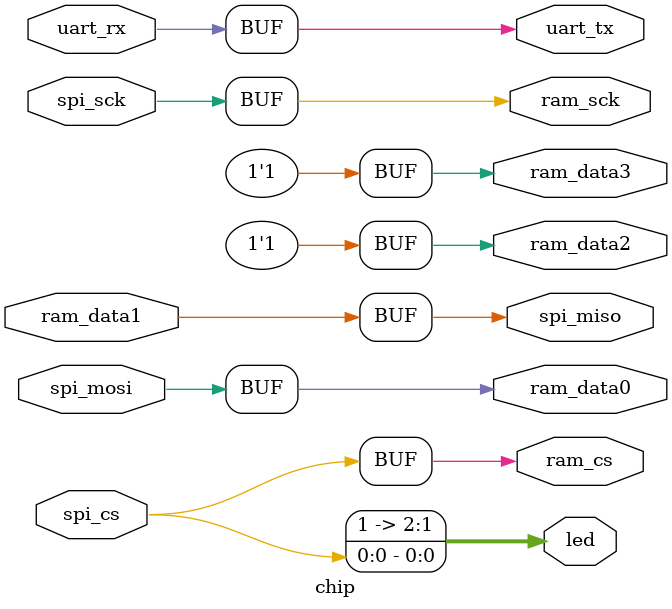
<source format=v>
`default_nettype none

module chip (
    output     [2:0] led,
    output           uart_tx,
    input            uart_rx,
    output           spi_miso,
    input            spi_mosi,
    input            spi_sck,
    input            spi_cs,
    input            ram_data1,
    output           ram_data0,
    output           ram_data2,
    output           ram_data3,
    output           ram_sck,
    output           ram_cs
);

// PSRAM passthrough
assign spi_miso = ram_data1;
assign ram_data0 = spi_mosi;
assign ram_cs = spi_cs;
assign ram_sck = spi_sck;
assign ram_data2 = 1;
assign ram_data3 = 1;

// UART loopback
assign uart_tx = uart_rx;

// LED
assign led[0] = ram_cs;
assign led[1] = 1; // Off
assign led[2] = 1; // Off

endmodule

</source>
